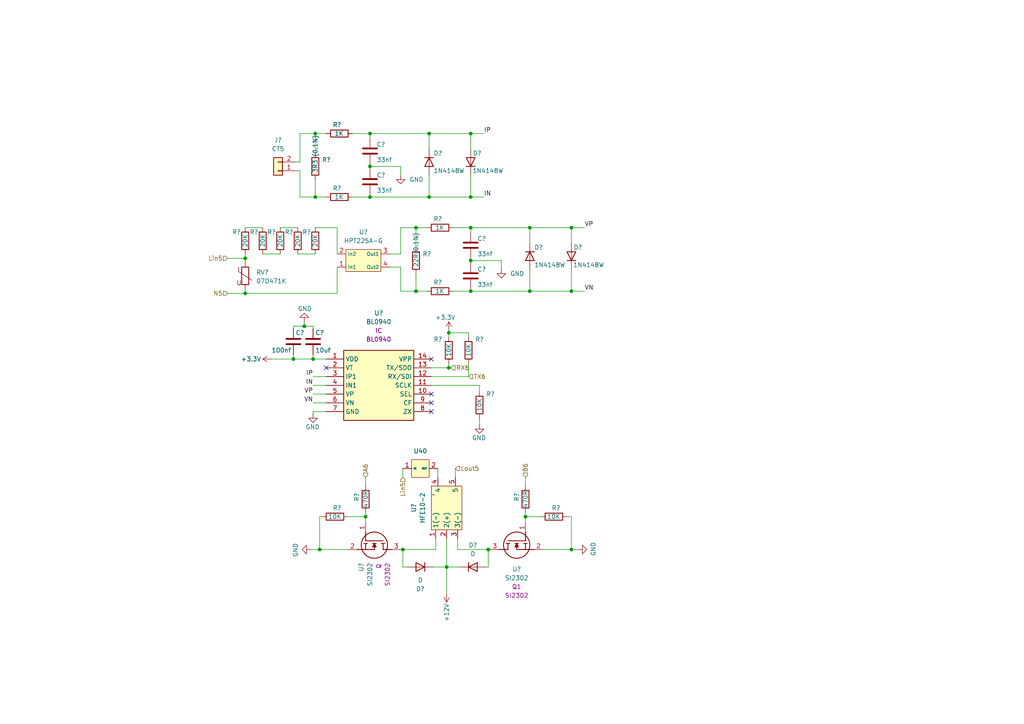
<source format=kicad_sch>
(kicad_sch (version 20231120) (generator "eeschema") (generator_version "8.0")
  (paper "A4")
  (lib_symbols
    (symbol "BL0940:BL0940"
      (property "Value" "BL0940" (at 0 0 0))
      (property "Reference_1" "IC" (at 26.67 7.62 0))
      (property "Value_1" "BL0940" (at 26.67 5.08 0))
      (symbol "BL0940_1_1"
        (rectangle (start 5.08 2.54) (end 25.4 -17.78) (stroke (width 0.254)) (fill (type background)))
        (pin passive line (at 0 0 0) (length 5.08) (name "VDD") (number "1"))
        (pin passive line (at 30.48 -10.16 180) (length 5.08) (name "SEL") (number "10"))
        (pin passive line (at 30.48 -7.62 180) (length 5.08) (name "SCLK") (number "11"))
        (pin passive line (at 30.48 -5.08 180) (length 5.08) (name "RX/SDI") (number "12"))
        (pin passive line (at 30.48 -2.54 180) (length 5.08) (name "TX/SDO") (number "13"))
        (pin passive line (at 30.48 0 180) (length 5.08) (name "VPP") (number "14"))
        (pin passive line (at 0 -2.54 0) (length 5.08) (name "VT") (number "2"))
        (pin passive line (at 0 -5.08 0) (length 5.08) (name "IP1") (number "3"))
        (pin passive line (at 0 -7.62 0) (length 5.08) (name "IN1") (number "4"))
        (pin passive line (at 0 -10.16 0) (length 5.08) (name "VP") (number "5"))
        (pin passive line (at 0 -12.7 0) (length 5.08) (name "VN") (number "6"))
        (pin passive line (at 0 -15.24 0) (length 5.08) (name "GND") (number "7"))
        (pin passive line (at 30.48 -15.24 180) (length 5.08) (name "ZX") (number "8"))
        (pin passive line (at 30.48 -12.7 180) (length 5.08) (name "CF") (number "9"))
      )
    )
    (symbol "Connector_Generic:Conn_01x02" (pin_names (offset 1.016) hide)
      (property "Reference" "J" (at 0 2.54 0))
      (property "Value" "Conn_01x02" (at 0 -5.08 0))
      (symbol "Conn_01x02_1_1"
        (rectangle (start -1.27 -2.413) (end 0 -2.667) (stroke (width 0.1524)))
        (rectangle (start -1.27 0.127) (end 0 -0.127) (stroke (width 0.1524)))
        (rectangle (start -1.27 1.27) (end 1.27 -3.81) (stroke (width 0.254)) (fill (type background)))
        (pin passive line (at -5.08 0 0) (length 3.81) (name "Pin_1") (number "1"))
        (pin passive line (at -5.08 -2.54 0) (length 3.81) (name "Pin_2") (number "2"))
      )
    )
    (symbol "Device:C" (pin_numbers hide) (pin_names (offset 0.254))
      (property "Reference" "C" (at 0.635 2.54 0))
      (property "Value" "C" (at 0.635 -2.54 0))
      (symbol "C_0_1"
        (polyline (pts (xy -2.032 -0.762) (xy 2.032 -0.762)) (stroke (width 0.508)))
        (polyline (pts (xy -2.032 0.762) (xy 2.032 0.762)) (stroke (width 0.508)))
      )
      (symbol "C_1_1"
        (pin passive line (at 0 3.81 270) (length 2.794) (name "~") (number "1"))
        (pin passive line (at 0 -3.81 90) (length 2.794) (name "~") (number "2"))
      )
    )
    (symbol "Device:D" (pin_numbers hide) (pin_names (offset 1.016) hide)
      (property "Reference" "D" (at 0 2.54 0))
      (property "Value" "D" (at 0 -2.54 0))
      (symbol "D_0_1"
        (polyline (pts (xy -1.27 1.27) (xy -1.27 -1.27)) (stroke (width 0.254)))
        (polyline (pts (xy 1.27 0) (xy -1.27 0)))
        (polyline (pts (xy 1.27 1.27) (xy 1.27 -1.27) (xy -1.27 0) (xy 1.27 1.27)) (stroke (width 0.254)))
      )
      (symbol "D_1_1"
        (pin passive line (at -3.81 0 0) (length 2.54) (name "K") (number "1"))
        (pin passive line (at 3.81 0 180) (length 2.54) (name "A") (number "2"))
      )
    )
    (symbol "Device:R" (pin_numbers hide) (pin_names (offset 0))
      (property "Reference" "R" (at 2.032 0 90))
      (property "Value" "R" (at 0 0 90))
      (symbol "R_0_1"
        (rectangle (start -1.016 -2.54) (end 1.016 2.54) (stroke (width 0.254)))
      )
      (symbol "R_1_1"
        (pin passive line (at 0 3.81 270) (length 1.27) (name "~") (number "1"))
        (pin passive line (at 0 -3.81 90) (length 1.27) (name "~") (number "2"))
      )
    )
    (symbol "Device:Varistor" (pin_numbers hide) (pin_names (offset 0))
      (property "Reference" "RV" (at 3.175 0 90))
      (property "Value" "Varistor" (at -3.175 0 90))
      (symbol "Varistor_0_0"
        (text "U" (at -1.778 -2.032 0) (effects (font (size 1.27 1.27))))
      )
      (symbol "Varistor_0_1"
        (rectangle (start -1.016 -2.54) (end 1.016 2.54) (stroke (width 0.254)))
        (polyline (pts (xy -1.905 2.54) (xy -1.905 1.27) (xy 1.905 -1.27)))
      )
      (symbol "Varistor_1_1"
        (pin passive line (at 0 3.81 270) (length 1.27) (name "~") (number "1"))
        (pin passive line (at 0 -3.81 90) (length 1.27) (name "~") (number "2"))
      )
    )
    (symbol "HFE10-2:HFE10-2"
      (property "Reference" "U" (at 0 0 0))
      (property "Value" "HFE10-2" (at 0 -2.54 0))
      (symbol "HFE10-2_0_1"
        (rectangle (start -6.35 11.43) (end 6.35 2.54) (fill (type background)))
      )
      (symbol "HFE10-2_1_1"
        (pin input line (at -8.89 10.16 0) (length 2.54) (name "1(-)") (number "1"))
        (pin input line (at -8.89 6.985 0) (length 2.54) (name "2(+)") (number "2"))
        (pin input line (at -8.89 3.81 0) (length 2.54) (name "3(-)") (number "3"))
        (pin output line (at 8.89 9.525 180) (length 2.54) (name "4") (number "4"))
        (pin output line (at 8.89 4.445 180) (length 2.54) (name "5") (number "5"))
      )
    )
    (symbol "HPT225A-G:HPT225A-G"
      (property "Reference" "U?" (at 0 -5.08 0))
      (property "Value" "HPT225A-G" (at 0 -2.54 0))
      (symbol "HPT225A-G_0_1"
        (rectangle (start -5.08 6.35) (end 5.08 0) (fill (type background)))
      )
      (symbol "HPT225A-G_1_1"
        (pin bidirectional line (at -7.62 1.27 0) (length 2.54) (name "In1") (number "1"))
        (pin bidirectional line (at -7.62 5.08 0) (length 2.54) (name "In2") (number "2"))
        (pin bidirectional line (at 7.62 5.08 180) (length 2.54) (name "Out1") (number "3"))
        (pin bidirectional line (at 7.62 1.27 180) (length 2.54) (name "Out2") (number "4"))
      )
    )
    (symbol "SI2302:SI2302" (pin_names hide)
      (property "Value" "SI2302" (at 0 0 0))
      (property "Reference_1" "Q" (at 11.43 3.81 0))
      (property "Value_1" "SI2302" (at 11.43 1.27 0))
      (symbol "SI2302_1_1"
        (polyline (pts (xy 2.54 0) (xy 5.08 0)) (stroke (width 0.254)))
        (polyline (pts (xy 5.08 5.08) (xy 5.08 0)) (stroke (width 0.254)))
        (polyline (pts (xy 5.842 -0.508) (xy 5.842 0.508)) (stroke (width 0.254)))
        (polyline (pts (xy 5.842 0) (xy 7.62 0)) (stroke (width 0.254)))
        (polyline (pts (xy 5.842 2.032) (xy 5.842 3.048)) (stroke (width 0.254)))
        (polyline (pts (xy 5.842 5.588) (xy 5.842 4.572)) (stroke (width 0.254)))
        (polyline (pts (xy 7.62 2.54) (xy 5.842 2.54)) (stroke (width 0.254)))
        (polyline (pts (xy 7.62 2.54) (xy 7.62 -2.54)) (stroke (width 0.254)))
        (polyline (pts (xy 7.62 5.08) (xy 5.842 5.08)) (stroke (width 0.254)))
        (polyline (pts (xy 7.62 5.08) (xy 7.62 7.62)) (stroke (width 0.254)))
        (polyline (pts (xy 5.842 2.54) (xy 6.858 3.048) (xy 6.858 2.032) (xy 5.842 2.54)) (stroke (width 0.254)) (fill (type outline)))
        (circle (center 6.35 2.54) (radius 3.81) (stroke (width 0.254)))
        (pin passive line (at 0 0 0) (length 2.54) (name "G") (number "1"))
        (pin passive line (at 7.62 -5.08 90) (length 2.54) (name "S") (number "2"))
        (pin passive line (at 7.62 10.16 270) (length 2.54) (name "D") (number "3"))
      )
    )
    (symbol "ZHT102W-TM:ZHT102W-TM"
      (property "Reference" "U?" (at 0 -2.54 0))
      (symbol "ZHT102W-TM_1_1"
        (rectangle (start -2.54 5.08) (end 2.54 0) (fill (type background)))
        (pin input line (at -5.08 2.54 0) (length 2.54) (name "IN") (number "1"))
        (pin output line (at 5.08 2.54 180) (length 2.54) (name "OUT") (number "2"))
      )
    )
    (symbol "power:+12V" (power) (pin_names (offset 0))
      (property "Value" "+12V" (at 0 3.556 0))
      (symbol "+12V_0_1"
        (polyline (pts (xy -0.762 1.27) (xy 0 2.54)))
        (polyline (pts (xy 0 0) (xy 0 2.54)))
        (polyline (pts (xy 0 2.54) (xy 0.762 1.27)))
      )
      (symbol "+12V_1_1"
        (pin power_in line (at 0 0 90) (length 0) hide (name "+12V") (number "1"))
      )
    )
    (symbol "power:+3.3V" (power) (pin_names (offset 0))
      (property "Value" "+3.3V" (at 0 3.556 0))
      (symbol "+3.3V_0_1"
        (polyline (pts (xy -0.762 1.27) (xy 0 2.54)))
        (polyline (pts (xy 0 0) (xy 0 2.54)))
        (polyline (pts (xy 0 2.54) (xy 0.762 1.27)))
      )
      (symbol "+3.3V_1_1"
        (pin power_in line (at 0 0 90) (length 0) hide (name "+3.3V") (number "1"))
      )
    )
    (symbol "power:GND" (power) (pin_names (offset 0))
      (property "Value" "GND" (at 0 -3.81 0))
      (symbol "GND_0_1"
        (polyline (pts (xy 0 0) (xy 0 -1.27) (xy 1.27 -1.27) (xy 0 -2.54) (xy -1.27 -1.27) (xy 0 -1.27)))
      )
      (symbol "GND_1_1"
        (pin power_in line (at 0 0 270) (length 0) hide (name "GND") (number "1"))
      )
    )
  )
  (junction (at 90.805 104.14))
  (junction (at 130.175 96.52))
  (junction (at 136.525 75.565))
  (junction (at 153.67 66.04))
  (junction (at 129.54 164.465))
  (junction (at 120.65 66.04))
  (junction (at 165.735 66.04))
  (junction (at 91.44 57.15))
  (junction (at 88.265 94.615))
  (junction (at 136.525 66.04))
  (junction (at 152.4 149.86))
  (junction (at 71.12 74.93))
  (junction (at 85.09 104.14))
  (junction (at 124.46 38.735))
  (junction (at 71.12 85.09))
  (junction (at 130.175 106.68))
  (junction (at 107.315 48.26))
  (junction (at 165.735 159.385))
  (junction (at 124.46 57.15))
  (junction (at 141.605 159.385))
  (junction (at 91.44 38.735))
  (junction (at 136.525 38.735))
  (junction (at 107.315 38.735))
  (junction (at 107.315 57.15))
  (junction (at 120.65 84.455))
  (junction (at 106.045 149.86))
  (junction (at 116.84 159.385))
  (junction (at 153.67 84.455))
  (junction (at 165.735 84.455))
  (junction (at 92.71 159.385))
  (junction (at 136.525 84.455))
  (junction (at 136.525 57.15))
  (no_connect (at 125.095 114.3))
  (no_connect (at 94.615 106.68))
  (no_connect (at 125.095 119.38))
  (no_connect (at 125.095 104.14))
  (no_connect (at 125.095 116.84))
  (wire (pts (xy 106.045 148.59) (xy 106.045 149.86)))
  (wire (pts (xy 135.89 96.52) (xy 130.175 96.52)))
  (wire (pts (xy 107.315 48.26) (xy 107.315 48.895)))
  (wire (pts (xy 97.79 66.04) (xy 97.79 73.66)))
  (wire (pts (xy 91.44 38.735) (xy 91.44 44.45)))
  (wire (pts (xy 116.84 135.89) (xy 116.84 138.43)))
  (wire (pts (xy 113.03 73.66) (xy 116.205 73.66)))
  (wire (pts (xy 85.09 102.87) (xy 85.09 104.14)))
  (wire (pts (xy 116.84 159.385) (xy 126.365 159.385)))
  (wire (pts (xy 85.725 49.53) (xy 86.995 49.53)))
  (wire (pts (xy 90.805 102.87) (xy 90.805 104.14)))
  (wire (pts (xy 129.54 164.465) (xy 129.54 156.21)))
  (wire (pts (xy 136.525 38.735) (xy 140.335 38.735)))
  (wire (pts (xy 152.4 149.86) (xy 152.4 151.765)))
  (wire (pts (xy 130.175 95.885) (xy 130.175 96.52)))
  (wire (pts (xy 139.065 111.76) (xy 139.065 113.665)))
  (wire (pts (xy 85.09 95.25) (xy 85.09 94.615)))
  (wire (pts (xy 145.415 75.565) (xy 136.525 75.565)))
  (wire (pts (xy 90.805 104.14) (xy 94.615 104.14)))
  (wire (pts (xy 136.525 66.04) (xy 136.525 67.31)))
  (wire (pts (xy 90.805 95.25) (xy 90.805 94.615)))
  (wire (pts (xy 125.095 106.68) (xy 130.175 106.68)))
  (wire (pts (xy 127 135.89) (xy 127 138.43)))
  (wire (pts (xy 106.045 138.43) (xy 106.045 140.97)))
  (wire (pts (xy 165.735 66.04) (xy 169.545 66.04)))
  (wire (pts (xy 164.465 149.86) (xy 165.735 149.86)))
  (wire (pts (xy 90.805 111.76) (xy 94.615 111.76)))
  (wire (pts (xy 90.805 94.615) (xy 88.265 94.615)))
  (wire (pts (xy 113.03 77.47) (xy 116.205 77.47)))
  (wire (pts (xy 124.46 57.15) (xy 107.315 57.15)))
  (wire (pts (xy 140.97 164.465) (xy 141.605 164.465)))
  (wire (pts (xy 129.54 164.465) (xy 133.35 164.465)))
  (wire (pts (xy 165.735 70.485) (xy 165.735 66.04)))
  (wire (pts (xy 71.12 74.93) (xy 71.12 76.2)))
  (wire (pts (xy 118.11 164.465) (xy 116.84 164.465)))
  (wire (pts (xy 116.205 66.04) (xy 120.65 66.04)))
  (wire (pts (xy 107.315 57.15) (xy 107.315 56.515)))
  (wire (pts (xy 153.67 84.455) (xy 136.525 84.455)))
  (wire (pts (xy 90.805 114.3) (xy 94.615 114.3)))
  (wire (pts (xy 165.735 149.86) (xy 165.735 159.385)))
  (wire (pts (xy 165.735 78.105) (xy 165.735 84.455)))
  (wire (pts (xy 86.995 49.53) (xy 86.995 57.15)))
  (wire (pts (xy 78.74 104.14) (xy 85.09 104.14)))
  (wire (pts (xy 102.235 57.15) (xy 107.315 57.15)))
  (wire (pts (xy 124.46 43.18) (xy 124.46 38.735)))
  (wire (pts (xy 136.525 43.18) (xy 136.525 38.735)))
  (wire (pts (xy 139.065 121.285) (xy 139.065 123.19)))
  (wire (pts (xy 131.445 84.455) (xy 136.525 84.455)))
  (wire (pts (xy 90.805 109.22) (xy 94.615 109.22)))
  (wire (pts (xy 132.08 135.89) (xy 132.08 138.43)))
  (wire (pts (xy 141.605 159.385) (xy 142.24 159.385)))
  (wire (pts (xy 165.735 66.04) (xy 153.67 66.04)))
  (wire (pts (xy 120.65 79.375) (xy 120.65 84.455)))
  (wire (pts (xy 124.46 50.8) (xy 124.46 57.15)))
  (wire (pts (xy 136.525 74.93) (xy 136.525 75.565)))
  (wire (pts (xy 136.525 57.15) (xy 140.335 57.15)))
  (wire (pts (xy 102.235 38.735) (xy 107.315 38.735)))
  (wire (pts (xy 85.725 46.99) (xy 86.995 46.99)))
  (wire (pts (xy 86.995 38.735) (xy 86.995 46.99)))
  (wire (pts (xy 86.36 73.66) (xy 91.44 73.66)))
  (wire (pts (xy 81.28 66.04) (xy 86.36 66.04)))
  (wire (pts (xy 129.54 172.085) (xy 129.54 164.465)))
  (wire (pts (xy 93.345 149.86) (xy 92.71 149.86)))
  (wire (pts (xy 116.84 164.465) (xy 116.84 159.385)))
  (wire (pts (xy 165.735 84.455) (xy 169.545 84.455)))
  (wire (pts (xy 107.315 47.625) (xy 107.315 48.26)))
  (wire (pts (xy 141.605 164.465) (xy 141.605 159.385)))
  (wire (pts (xy 136.525 75.565) (xy 136.525 76.2)))
  (wire (pts (xy 132.715 159.385) (xy 141.605 159.385)))
  (wire (pts (xy 116.205 48.26) (xy 107.315 48.26)))
  (wire (pts (xy 116.205 84.455) (xy 120.65 84.455)))
  (wire (pts (xy 90.805 116.84) (xy 94.615 116.84)))
  (wire (pts (xy 66.04 74.93) (xy 71.12 74.93)))
  (wire (pts (xy 153.67 78.105) (xy 153.67 84.455)))
  (wire (pts (xy 136.525 84.455) (xy 136.525 83.82)))
  (wire (pts (xy 135.89 109.22) (xy 135.89 105.41)))
  (wire (pts (xy 92.71 159.385) (xy 100.965 159.385)))
  (wire (pts (xy 90.17 159.385) (xy 92.71 159.385)))
  (wire (pts (xy 71.12 85.09) (xy 71.12 83.82)))
  (wire (pts (xy 120.65 66.04) (xy 120.65 71.755)))
  (wire (pts (xy 92.71 149.86) (xy 92.71 159.385)))
  (wire (pts (xy 97.79 77.47) (xy 97.79 85.09)))
  (wire (pts (xy 71.12 66.04) (xy 76.2 66.04)))
  (wire (pts (xy 91.44 52.07) (xy 91.44 57.15)))
  (wire (pts (xy 71.12 73.66) (xy 71.12 74.93)))
  (wire (pts (xy 130.175 106.68) (xy 130.81 106.68)))
  (wire (pts (xy 125.095 111.76) (xy 139.065 111.76)))
  (wire (pts (xy 136.525 50.8) (xy 136.525 57.15)))
  (wire (pts (xy 135.89 97.79) (xy 135.89 96.52)))
  (wire (pts (xy 116.205 50.8) (xy 116.205 48.26)))
  (wire (pts (xy 120.65 66.04) (xy 123.825 66.04)))
  (wire (pts (xy 145.415 78.105) (xy 145.415 75.565)))
  (wire (pts (xy 85.09 94.615) (xy 88.265 94.615)))
  (wire (pts (xy 106.045 149.86) (xy 106.045 151.765)))
  (wire (pts (xy 120.65 84.455) (xy 123.825 84.455)))
  (wire (pts (xy 153.67 66.04) (xy 136.525 66.04)))
  (wire (pts (xy 97.79 85.09) (xy 71.12 85.09)))
  (wire (pts (xy 157.48 159.385) (xy 165.735 159.385)))
  (wire (pts (xy 130.175 106.68) (xy 130.175 105.41)))
  (wire (pts (xy 136.525 57.15) (xy 124.46 57.15)))
  (wire (pts (xy 91.44 66.04) (xy 97.79 66.04)))
  (wire (pts (xy 88.265 94.615) (xy 88.265 93.345)))
  (wire (pts (xy 152.4 148.59) (xy 152.4 149.86)))
  (wire (pts (xy 152.4 138.43) (xy 152.4 140.97)))
  (wire (pts (xy 94.615 119.38) (xy 90.805 119.38)))
  (wire (pts (xy 125.73 164.465) (xy 129.54 164.465)))
  (wire (pts (xy 116.205 77.47) (xy 116.205 84.455)))
  (wire (pts (xy 66.04 85.09) (xy 71.12 85.09)))
  (wire (pts (xy 76.2 73.66) (xy 81.28 73.66)))
  (wire (pts (xy 90.805 119.38) (xy 90.805 120.015)))
  (wire (pts (xy 152.4 149.86) (xy 156.845 149.86)))
  (wire (pts (xy 130.175 96.52) (xy 130.175 97.79)))
  (wire (pts (xy 100.965 149.86) (xy 106.045 149.86)))
  (wire (pts (xy 165.735 84.455) (xy 153.67 84.455)))
  (wire (pts (xy 131.445 66.04) (xy 136.525 66.04)))
  (wire (pts (xy 126.365 159.385) (xy 126.365 156.21)))
  (wire (pts (xy 125.095 109.22) (xy 135.89 109.22)))
  (wire (pts (xy 136.525 38.735) (xy 124.46 38.735)))
  (wire (pts (xy 116.205 73.66) (xy 116.205 66.04)))
  (wire (pts (xy 116.205 159.385) (xy 116.84 159.385)))
  (wire (pts (xy 124.46 38.735) (xy 107.315 38.735)))
  (wire (pts (xy 91.44 38.735) (xy 94.615 38.735)))
  (wire (pts (xy 86.995 38.735) (xy 91.44 38.735)))
  (wire (pts (xy 153.67 70.485) (xy 153.67 66.04)))
  (wire (pts (xy 165.735 159.385) (xy 167.64 159.385)))
  (wire (pts (xy 91.44 57.15) (xy 94.615 57.15)))
  (wire (pts (xy 132.715 156.21) (xy 132.715 159.385)))
  (wire (pts (xy 107.315 38.735) (xy 107.315 40.005)))
  (wire (pts (xy 85.09 104.14) (xy 90.805 104.14)))
  (wire (pts (xy 86.995 57.15) (xy 91.44 57.15)))
  (label "IN" (at 90.805 111.76 180))
  (label "VN" (at 169.545 84.455 0))
  (label "IN" (at 140.335 57.15 0))
  (label "IP" (at 140.335 38.735 0))
  (label "VP" (at 90.805 114.3 180))
  (label "VP" (at 169.545 66.04 0))
  (label "VN" (at 90.805 116.84 180))
  (label "IP" (at 90.805 109.22 180))
  (hierarchical_label "Lin5" (shape input) (at 66.04 74.93 180))
  (hierarchical_label "Lin5" (shape input) (at 116.84 138.43 270))
  (hierarchical_label "Lout5" (shape input) (at 132.08 135.89 0))
  (hierarchical_label "B6" (shape input) (at 152.4 138.43 90))
  (hierarchical_label "TX6" (shape input) (at 135.89 109.22 0))
  (hierarchical_label "A6" (shape input) (at 106.045 138.43 90))
  (hierarchical_label "RX6" (shape input) (at 130.81 106.68 0))
  (hierarchical_label "N5" (shape input) (at 66.04 85.09 180))
  (symbol (lib_id "Device:R") (at 152.4 144.78 180) (unit 1)
    (property "Reference" "R?" (at 149.86 142.875 90) (effects (justify left)))
    (property "Value" "470R" (at 152.4 142.24 90) (effects (justify left)))
    (property "Footprint" "Resistor_SMD:R_0603_1608Metric" (effects (hide yes)))
    (instances (project "Smart CB" (path "" (reference "R?") (unit 1))) (project "Smart CB STM32 PCB" (path "" (reference "R117") (unit 1))))
  )
  (symbol (lib_id "power:GND") (at 90.17 159.385 270) (unit 1)
    (property "Reference" "#PWR?" (effects (hide yes)))
    (property "Value" "GND" (at 85.725 157.48 0) (effects (justify left)))
    (instances (project "Smart CB" (path "" (reference "#PWR?") (unit 1))) (project "Smart CB STM32 PCB" (path "" (reference "#PWR0104") (unit 1))))
  )
  (symbol (lib_id "power:GND") (at 145.415 78.105 0) (unit 1)
    (property "Reference" "#PWR?" (effects (hide yes)))
    (property "Value" "GND" (at 147.955 79.3749 0) (effects (justify left)))
    (instances (project "Smart CB" (path "" (reference "#PWR?") (unit 1))) (project "Smart CB STM32 PCB" (path "" (reference "#PWR0110") (unit 1))))
  )
  (symbol (lib_id "power:+12V") (at 129.54 172.085 180) (unit 1)
    (property "Reference" "#PWR?" (effects (hide yes)))
    (property "Value" "+12V" (at 129.54 180.34 90) (effects (justify right)))
    (instances (project "Smart CB" (path "" (reference "#PWR?") (unit 1))) (project "Smart CB STM32 PCB" (path "" (reference "#PWR0107") (unit 1))))
  )
  (symbol (lib_id "Device:C") (at 90.805 99.06 0) (unit 1)
    (property "Reference" "C?" (at 91.44 96.52 0) (effects (justify left)))
    (property "Value" "10uf" (at 91.44 101.6 0) (effects (justify left)))
    (property "Footprint" "Capacitor_SMD:C_1206_3216Metric" (effects (hide yes)))
    (instances (project "Smart CB" (path "" (reference "C?") (unit 1))) (project "Smart CB STM32 PCB" (path "" (reference "C48") (unit 1))))
  )
  (symbol (lib_id "Device:R") (at 120.65 75.565 0) (unit 1)
    (property "Reference" "R?" (at 122.555 73.66 0) (effects (justify left)))
    (property "Value" "22R(0.1%)" (at 120.65 77.47 90) (effects (justify left)))
    (property "Footprint" "Resistor_SMD:R_0603_1608Metric" (effects (hide yes)))
    (instances (project "Smart CB" (path "" (reference "R?") (unit 1))) (project "Smart CB STM32 PCB" (path "" (reference "R111") (unit 1))))
  )
  (symbol (lib_id "Device:R") (at 127.635 66.04 90) (unit 1)
    (property "Reference" "R?" (at 128.27 63.5 90) (effects (justify left)))
    (property "Value" "1K" (at 128.905 66.04 90) (effects (justify left)))
    (property "Footprint" "Resistor_SMD:R_0603_1608Metric" (effects (hide yes)))
    (instances (project "Smart CB" (path "" (reference "R?") (unit 1))) (project "Smart CB STM32 PCB" (path "" (reference "R112") (unit 1))))
  )
  (symbol (lib_id "Device:D") (at 153.67 74.295 270) (unit 1)
    (property "Reference" "D?" (at 154.94 71.755 90) (effects (justify left)))
    (property "Value" "1N4148W" (at 154.94 76.835 90) (effects (justify left)))
    (property "Footprint" "Diode_SMD:D_SOD-323" (effects (hide yes)))
    (instances (project "Smart CB" (path "" (reference "D?") (unit 1))) (project "Smart CB STM32 PCB" (path "" (reference "D39") (unit 1))))
  )
  (symbol (lib_id "Device:R") (at 91.44 48.26 0) (unit 1)
    (property "Reference" "R?" (at 93.345 46.355 0) (effects (justify left)))
    (property "Value" "3R3 (0.1%)" (at 91.44 50.165 90) (effects (justify left)))
    (property "Footprint" "Resistor_SMD:R_0603_1608Metric" (effects (hide yes)))
    (instances (project "Smart CB" (path "" (reference "R?") (unit 1))) (project "Smart CB STM32 PCB" (path "" (reference "R105") (unit 1))))
  )
  (symbol (lib_id "Device:R") (at 91.44 69.85 0) (unit 1)
    (property "Reference" "R?" (at 87.63 67.31 0) (effects (justify left)))
    (property "Value" "20K" (at 91.44 71.755 90) (effects (justify left)))
    (property "Footprint" "Resistor_SMD:R_0603_1608Metric" (effects (hide yes)))
    (instances (project "Smart CB" (path "" (reference "R?") (unit 1))) (project "Smart CB STM32 PCB" (path "" (reference "R106") (unit 1))))
  )
  (symbol (lib_id "power:GND") (at 167.64 159.385 90) (unit 1)
    (property "Reference" "#PWR?" (effects (hide yes)))
    (property "Value" "GND" (at 172.085 161.29 0) (effects (justify left)))
    (instances (project "Smart CB" (path "" (reference "#PWR?") (unit 1))) (project "Smart CB STM32 PCB" (path "" (reference "#PWR0111") (unit 1))))
  )
  (symbol (lib_id "Device:R") (at 130.175 101.6 0) (unit 1)
    (property "Reference" "R?" (at 125.73 98.425 0) (effects (justify left)))
    (property "Value" "10K" (at 130.175 103.505 90) (effects (justify left)))
    (property "Footprint" "Resistor_SMD:R_0603_1608Metric" (effects (hide yes)))
    (instances (project "Smart CB" (path "" (reference "R?") (unit 1))) (project "Smart CB STM32 PCB" (path "" (reference "R114") (unit 1))))
  )
  (symbol (lib_id "power:+3.3V") (at 78.74 104.14 90) (unit 1)
    (property "Reference" "#PWR?" (effects (hide yes)))
    (property "Value" "+3.3V" (at 69.85 104.14 90) (effects (justify right)))
    (instances (project "Smart CB" (path "" (reference "#PWR?") (unit 1))) (project "Smart CB STM32 PCB" (path "" (reference "#PWR0102") (unit 1))))
  )
  (symbol (lib_id "Device:C") (at 136.525 80.01 0) (unit 1)
    (property "Reference" "C?" (at 138.43 78.105 0) (effects (justify left)))
    (property "Value" "33nf" (at 138.43 82.55 0) (effects (justify left)))
    (property "Footprint" "Capacitor_SMD:C_0603_1608Metric" (effects (hide yes)))
    (instances (project "Smart CB" (path "" (reference "C?") (unit 1))) (project "Smart CB STM32 PCB" (path "" (reference "C52") (unit 1))))
  )
  (symbol (lib_id "Device:R") (at 98.425 38.735 90) (unit 1)
    (property "Reference" "R?" (at 99.06 36.195 90) (effects (justify left)))
    (property "Value" "1K" (at 99.695 38.735 90) (effects (justify left)))
    (property "Footprint" "Resistor_SMD:R_0603_1608Metric" (effects (hide yes)))
    (instances (project "Smart CB" (path "" (reference "R?") (unit 1))) (project "Smart CB STM32 PCB" (path "" (reference "R108") (unit 1))))
  )
  (symbol (lib_id "ZHT102W-TM:ZHT102W-TM") (at 121.92 138.43 0) (unit 1)
    (property "Reference" "U40" (at 121.92 130.81 0))
    (property "Value" "~" (at 125.73 143.51 0))
    (property "Footprint" "ZHT102W-TM:ZHT102W-TM" (effects (hide yes)))
  )
  (symbol (lib_id "SI2302:SI2302") (at 106.045 151.765 270) (unit 1)
    (property "Reference" "U?" (at 104.7749 163.195 0) (effects (justify left)))
    (property "Value" "SI2302" (at 107.3149 163.195 0) (effects (justify left)))
    (property "Footprint" "SI2302:SI2302" (effects (hide yes)))
    (property "Reference_1" "Q" (at 109.855 163.449 0) (effects (justify left)))
    (property "Value_1" "SI2302" (at 112.3949 163.195 0) (effects (justify left)))
    (property "Footprint_1" "SI2302" (effects (hide yes)))
    (property "Datasheet_1" "https://mouser.componentsearchengine.com/Datasheets/1/SI2302.pdf" (effects (hide yes)))
    (property "Height" "1.005" (effects (hide yes)))
    (property "Manufacturer_Name" "MCC" (effects (hide yes)))
    (property "Manufacturer_Part_Number" "SI2302" (effects (hide yes)))
    (property "Mouser Part Number" "833-SI2302" (effects (hide yes)))
    (property "Mouser Price/Stock" "https://www.mouser.co.uk/ProductDetail/Micro-Commercial-Components-MCC/SI2302?qs=6W4OQKoqJ0s%2FjuQxID9btg%3D%3D" (effects (hide yes)))
    (instances (project "Smart CB" (path "" (reference "U?") (unit 1))) (project "Smart CB STM32 PCB" (path "" (reference "U30") (unit 1))))
  )
  (symbol (lib_id "power:GND") (at 139.065 123.19 0) (unit 1)
    (property "Reference" "#PWR?" (effects (hide yes)))
    (property "Value" "GND" (at 140.97 127 0) (effects (justify right)))
    (instances (project "Smart CB" (path "" (reference "#PWR?") (unit 1))) (project "Smart CB STM32 PCB" (path "" (reference "#PWR0109") (unit 1))))
  )
  (symbol (lib_id "Device:C") (at 136.525 71.12 0) (unit 1)
    (property "Reference" "C?" (at 138.43 69.215 0) (effects (justify left)))
    (property "Value" "33nf" (at 138.43 73.66 0) (effects (justify left)))
    (property "Footprint" "Capacitor_SMD:C_0603_1608Metric" (effects (hide yes)))
    (instances (project "Smart CB" (path "" (reference "C?") (unit 1))) (project "Smart CB STM32 PCB" (path "" (reference "C51") (unit 1))))
  )
  (symbol (lib_id "Device:R") (at 160.655 149.86 90) (unit 1)
    (property "Reference" "R?" (at 162.56 147.32 90) (effects (justify left)))
    (property "Value" "10K" (at 162.56 149.86 90) (effects (justify left)))
    (property "Footprint" "Resistor_SMD:R_0603_1608Metric" (effects (hide yes)))
    (instances (project "Smart CB" (path "" (reference "R?") (unit 1))) (project "Smart CB STM32 PCB" (path "" (reference "R118") (unit 1))))
  )
  (symbol (lib_id "Device:D") (at 165.735 74.295 90) (unit 1)
    (property "Reference" "D?" (at 168.91 71.755 90) (effects (justify left)))
    (property "Value" "1N4148W" (at 175.26 76.835 90) (effects (justify left)))
    (property "Footprint" "Diode_SMD:D_SOD-323" (effects (hide yes)))
    (instances (project "Smart CB" (path "" (reference "D?") (unit 1))) (project "Smart CB STM32 PCB" (path "" (reference "D40") (unit 1))))
  )
  (symbol (lib_id "Device:R") (at 139.065 117.475 0) (unit 1)
    (property "Reference" "R?" (at 140.97 114.3 0) (effects (justify left)))
    (property "Value" "10K" (at 139.065 119.38 90) (effects (justify left)))
    (property "Footprint" "Resistor_SMD:R_0603_1608Metric" (effects (hide yes)))
    (instances (project "Smart CB" (path "" (reference "R?") (unit 1))) (project "Smart CB STM32 PCB" (path "" (reference "R116") (unit 1))))
  )
  (symbol (lib_id "Device:D") (at 136.525 46.99 90) (unit 1)
    (property "Reference" "D?" (at 139.7 44.45 90) (effects (justify left)))
    (property "Value" "1N4148W" (at 146.05 49.53 90) (effects (justify left)))
    (property "Footprint" "Diode_SMD:D_SOD-323" (effects (hide yes)))
    (instances (project "Smart CB" (path "" (reference "D?") (unit 1))) (project "Smart CB STM32 PCB" (path "" (reference "D37") (unit 1))))
  )
  (symbol (lib_id "Device:Varistor") (at 71.12 80.01 0) (unit 1)
    (property "Reference" "RV?" (at 74.295 78.9931 0) (effects (justify left)))
    (property "Value" "07D471K" (at 74.295 81.5331 0) (effects (justify left)))
    (property "Footprint" "Varistor:RV_Disc_D7mm_W4.9mm_P5mm" (effects (hide yes)))
    (instances (project "Smart CB" (path "" (reference "RV?") (unit 1))) (project "Smart CB STM32 PCB" (path "" (reference "RV5") (unit 1))))
  )
  (symbol (lib_id "power:+3.3V") (at 130.175 95.885 0) (unit 1)
    (property "Reference" "#PWR?" (effects (hide yes)))
    (property "Value" "+3.3V" (at 132.08 92.075 0) (effects (justify right)))
    (instances (project "Smart CB" (path "" (reference "#PWR?") (unit 1))) (project "Smart CB STM32 PCB" (path "" (reference "#PWR0108") (unit 1))))
  )
  (symbol (lib_id "Device:C") (at 107.315 52.705 0) (unit 1)
    (property "Reference" "C?" (at 109.22 50.8 0) (effects (justify left)))
    (property "Value" "33nf" (at 109.22 55.245 0) (effects (justify left)))
    (property "Footprint" "Capacitor_SMD:C_0603_1608Metric" (effects (hide yes)))
    (instances (project "Smart CB" (path "" (reference "C?") (unit 1))) (project "Smart CB STM32 PCB" (path "" (reference "C50") (unit 1))))
  )
  (symbol (lib_id "Connector_Generic:Conn_01x02") (at 80.645 49.53 180) (unit 1)
    (property "Reference" "J?" (at 80.645 40.64 0))
    (property "Value" "CT5" (at 80.645 43.18 0))
    (property "Footprint" "Connector_JST:JST_PH_B2B-PH-K_1x02_P2.00mm_Vertical" (effects (hide yes)))
    (instances (project "Smart CB" (path "" (reference "J?") (unit 1))) (project "Smart CB STM32 PCB" (path "" (reference "J27") (unit 1))))
  )
  (symbol (lib_id "Device:R") (at 106.045 144.78 180) (unit 1)
    (property "Reference" "R?" (at 103.505 142.875 90) (effects (justify left)))
    (property "Value" "470R" (at 106.045 142.24 90) (effects (justify left)))
    (property "Footprint" "Resistor_SMD:R_0603_1608Metric" (effects (hide yes)))
    (instances (project "Smart CB" (path "" (reference "R?") (unit 1))) (project "Smart CB STM32 PCB" (path "" (reference "R110") (unit 1))))
  )
  (symbol (lib_id "Device:D") (at 124.46 46.99 270) (unit 1)
    (property "Reference" "D?" (at 125.73 44.45 90) (effects (justify left)))
    (property "Value" "1N4148W" (at 125.73 49.53 90) (effects (justify left)))
    (property "Footprint" "Diode_SMD:D_SOD-323" (effects (hide yes)))
    (instances (project "Smart CB" (path "" (reference "D?") (unit 1))) (project "Smart CB STM32 PCB" (path "" (reference "D36") (unit 1))))
  )
  (symbol (lib_id "Device:R") (at 81.28 69.85 0) (unit 1)
    (property "Reference" "R?" (at 77.47 67.31 0) (effects (justify left)))
    (property "Value" "20K" (at 81.28 71.755 90) (effects (justify left)))
    (property "Footprint" "Resistor_SMD:R_0603_1608Metric" (effects (hide yes)))
    (instances (project "Smart CB" (path "" (reference "R?") (unit 1))) (project "Smart CB STM32 PCB" (path "" (reference "R103") (unit 1))))
  )
  (symbol (lib_id "power:GND") (at 88.265 93.345 180) (unit 1)
    (property "Reference" "#PWR?" (effects (hide yes)))
    (property "Value" "GND" (at 86.36 89.535 0) (effects (justify right)))
    (instances (project "Smart CB" (path "" (reference "#PWR?") (unit 1))) (project "Smart CB STM32 PCB" (path "" (reference "#PWR0103") (unit 1))))
  )
  (symbol (lib_id "HPT225A-G:HPT225A-G") (at 105.41 78.74 0) (unit 1)
    (property "Reference" "U?" (at 105.41 67.31 0))
    (property "Value" "HPT225A-G" (at 105.41 69.85 0))
    (property "Footprint" "kicad libraries:HPT225A-G" (effects (hide yes)))
    (instances (project "Smart CB" (path "" (reference "U?") (unit 1))) (project "Smart CB STM32 PCB" (path "" (reference "U29") (unit 1))))
  )
  (symbol (lib_id "SI2302:SI2302") (at 152.4 151.765 90) (mirror x) (unit 1)
    (property "Reference" "U?" (at 149.86 165.1 90))
    (property "Value" "SI2302" (at 149.86 167.64 90))
    (property "Footprint" "SI2302:SI2302" (effects (hide yes)))
    (property "Reference_1" "Q1" (at 149.86 170.18 90))
    (property "Value_1" "SI2302" (at 149.86 172.72 90))
    (property "Footprint_1" "SI2302" (effects (hide yes)))
    (property "Datasheet_1" "https://mouser.componentsearchengine.com/Datasheets/1/SI2302.pdf" (effects (hide yes)))
    (property "Height" "1.005" (effects (hide yes)))
    (property "Manufacturer_Name" "MCC" (effects (hide yes)))
    (property "Manufacturer_Part_Number" "SI2302" (effects (hide yes)))
    (property "Mouser Part Number" "833-SI2302" (effects (hide yes)))
    (property "Mouser Price/Stock" "https://www.mouser.co.uk/ProductDetail/Micro-Commercial-Components-MCC/SI2302?qs=6W4OQKoqJ0s%2FjuQxID9btg%3D%3D" (effects (hide yes)))
    (instances (project "Smart CB" (path "" (reference "U?") (unit 1))) (project "Smart CB STM32 PCB" (path "" (reference "U32") (unit 1))))
  )
  (symbol (lib_id "Device:D") (at 121.92 164.465 180) (unit 1)
    (property "Reference" "D?" (at 121.92 170.815 0))
    (property "Value" "D" (at 121.92 168.275 0))
    (property "Footprint" "Diode_SMD:D_1206_3216Metric" (effects (hide yes)))
    (instances (project "Smart CB" (path "" (reference "D?") (unit 1))) (project "Smart CB STM32 PCB" (path "" (reference "D35") (unit 1))))
  )
  (symbol (lib_id "Device:R") (at 86.36 69.85 0) (unit 1)
    (property "Reference" "R?" (at 82.55 67.31 0) (effects (justify left)))
    (property "Value" "20K" (at 86.36 71.755 90) (effects (justify left)))
    (property "Footprint" "Resistor_SMD:R_0603_1608Metric" (effects (hide yes)))
    (instances (project "Smart CB" (path "" (reference "R?") (unit 1))) (project "Smart CB STM32 PCB" (path "" (reference "R104") (unit 1))))
  )
  (symbol (lib_id "Device:C") (at 85.09 99.06 0) (unit 1)
    (property "Reference" "C?" (at 85.725 96.52 0) (effects (justify left)))
    (property "Value" "100nf" (at 78.74 101.6 0) (effects (justify left)))
    (property "Footprint" "Capacitor_SMD:C_0603_1608Metric" (effects (hide yes)))
    (instances (project "Smart CB" (path "" (reference "C?") (unit 1))) (project "Smart CB STM32 PCB" (path "" (reference "C47") (unit 1))))
  )
  (symbol (lib_id "Device:R") (at 98.425 57.15 90) (unit 1)
    (property "Reference" "R?" (at 99.06 54.61 90) (effects (justify left)))
    (property "Value" "1K" (at 99.695 57.15 90) (effects (justify left)))
    (property "Footprint" "Resistor_SMD:R_0603_1608Metric" (effects (hide yes)))
    (instances (project "Smart CB" (path "" (reference "R?") (unit 1))) (project "Smart CB STM32 PCB" (path "" (reference "R109") (unit 1))))
  )
  (symbol (lib_id "Device:D") (at 137.16 164.465 0) (unit 1)
    (property "Reference" "D?" (at 137.16 158.115 0))
    (property "Value" "D" (at 137.16 160.655 0))
    (property "Footprint" "Diode_SMD:D_1206_3216Metric" (effects (hide yes)))
    (instances (project "Smart CB" (path "" (reference "D?") (unit 1))) (project "Smart CB STM32 PCB" (path "" (reference "D38") (unit 1))))
  )
  (symbol (lib_id "power:GND") (at 116.205 50.8 0) (unit 1)
    (property "Reference" "#PWR?" (effects (hide yes)))
    (property "Value" "GND" (at 118.745 52.0699 0) (effects (justify left)))
    (instances (project "Smart CB" (path "" (reference "#PWR?") (unit 1))) (project "Smart CB STM32 PCB" (path "" (reference "#PWR0106") (unit 1))))
  )
  (symbol (lib_id "Device:R") (at 71.12 69.85 0) (unit 1)
    (property "Reference" "R?" (at 67.31 67.31 0) (effects (justify left)))
    (property "Value" "20K" (at 71.12 71.755 90) (effects (justify left)))
    (property "Footprint" "Resistor_SMD:R_0603_1608Metric" (effects (hide yes)))
    (instances (project "Smart CB" (path "" (reference "R?") (unit 1))) (project "Smart CB STM32 PCB" (path "" (reference "R101") (unit 1))))
  )
  (symbol (lib_id "Device:R") (at 97.155 149.86 90) (unit 1)
    (property "Reference" "R?" (at 99.06 147.32 90) (effects (justify left)))
    (property "Value" "10K" (at 99.06 149.86 90) (effects (justify left)))
    (property "Footprint" "Resistor_SMD:R_0603_1608Metric" (effects (hide yes)))
    (instances (project "Smart CB" (path "" (reference "R?") (unit 1))) (project "Smart CB STM32 PCB" (path "" (reference "R107") (unit 1))))
  )
  (symbol (lib_id "HFE10-2:HFE10-2") (at 136.525 147.32 90) (unit 1)
    (property "Reference" "U?" (at 120.015 147.32 0))
    (property "Value" "HFE10-2" (at 122.555 147.32 0))
    (property "Footprint" "kicad libraries:HFE10-2" (effects (hide yes)))
    (instances (project "Smart CB" (path "" (reference "U?") (unit 1))) (project "Smart CB STM32 PCB" (path "" (reference "U31") (unit 1))))
  )
  (symbol (lib_id "Device:R") (at 135.89 101.6 0) (unit 1)
    (property "Reference" "R?" (at 137.795 98.425 0) (effects (justify left)))
    (property "Value" "10K" (at 135.89 103.505 90) (effects (justify left)))
    (property "Footprint" "Resistor_SMD:R_0603_1608Metric" (effects (hide yes)))
    (instances (project "Smart CB" (path "" (reference "R?") (unit 1))) (project "Smart CB STM32 PCB" (path "" (reference "R115") (unit 1))))
  )
  (symbol (lib_id "power:GND") (at 90.805 120.015 0) (unit 1)
    (property "Reference" "#PWR?" (effects (hide yes)))
    (property "Value" "GND" (at 92.71 123.825 0) (effects (justify right)))
    (instances (project "Smart CB" (path "" (reference "#PWR?") (unit 1))) (project "Smart CB STM32 PCB" (path "" (reference "#PWR0105") (unit 1))))
  )
  (symbol (lib_id "Device:R") (at 76.2 69.85 0) (unit 1)
    (property "Reference" "R?" (at 72.39 67.31 0) (effects (justify left)))
    (property "Value" "20K" (at 76.2 71.755 90) (effects (justify left)))
    (property "Footprint" "Resistor_SMD:R_0603_1608Metric" (effects (hide yes)))
    (instances (project "Smart CB" (path "" (reference "R?") (unit 1))) (project "Smart CB STM32 PCB" (path "" (reference "R102") (unit 1))))
  )
  (symbol (lib_id "Device:C") (at 107.315 43.815 0) (unit 1)
    (property "Reference" "C?" (at 109.22 41.91 0) (effects (justify left)))
    (property "Value" "33nf" (at 109.22 46.355 0) (effects (justify left)))
    (property "Footprint" "Capacitor_SMD:C_0603_1608Metric" (effects (hide yes)))
    (instances (project "Smart CB" (path "" (reference "C?") (unit 1))) (project "Smart CB STM32 PCB" (path "" (reference "C49") (unit 1))))
  )
  (symbol (lib_id "Device:R") (at 127.635 84.455 90) (unit 1)
    (property "Reference" "R?" (at 128.27 81.915 90) (effects (justify left)))
    (property "Value" "1K" (at 128.905 84.455 90) (effects (justify left)))
    (property "Footprint" "Resistor_SMD:R_0603_1608Metric" (effects (hide yes)))
    (instances (project "Smart CB" (path "" (reference "R?") (unit 1))) (project "Smart CB STM32 PCB" (path "" (reference "R113") (unit 1))))
  )
  (symbol (lib_id "BL0940:BL0940") (at 94.615 104.14 0) (unit 1)
    (property "Reference" "U?" (at 109.855 90.805 0))
    (property "Value" "BL0940" (at 109.855 93.345 0))
    (property "Footprint" "BL0940:BL0940" (effects (hide yes)))
    (property "Reference_1" "IC" (at 109.855 95.885 0))
    (property "Value_1" "BL0940" (at 109.855 98.425 0))
    (property "Footprint_1" "SOP65P640X120-14N" (effects (hide yes)))
    (property "Datasheet_1" "https://datasheet.lcsc.com/szlcsc/2006282023_BL-Shanghai-Belling-BL0940_C691894.pdf" (effects (hide yes)))
    (property "Height" "1.2" (effects (hide yes)))
    (property "Manufacturer_Name" "SHANGHAI BELLING" (effects (hide yes)))
    (property "Manufacturer_Part_Number" "BL0940" (effects (hide yes)))
    (instances (project "Smart CB" (path "" (reference "U?") (unit 1))) (project "Smart CB STM32 PCB" (path "" (reference "U28") (unit 1))))
  )
)
</source>
